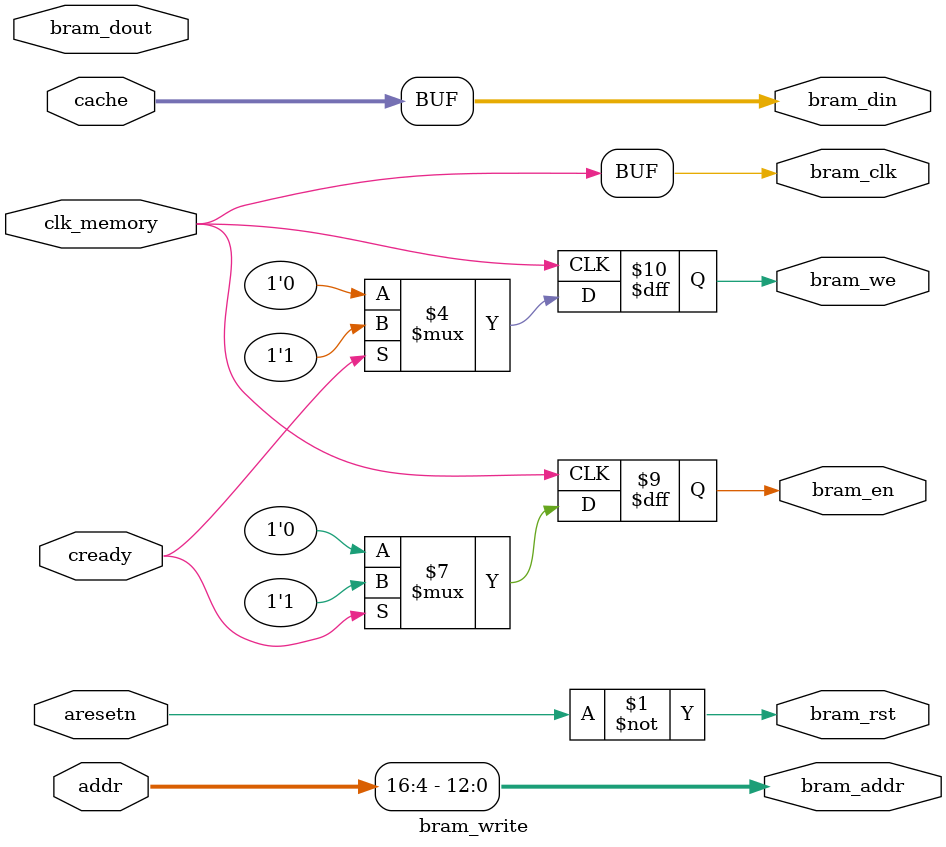
<source format=v>
`timescale 1ns / 1ps


module bram_write(
(* X_INTERFACE_INFO = "xilinx.com:interface:bram:1.0 bram ADDR" *)
(* X_INTERFACE_MODE = "MASTER" *)
    output      [12:0]  bram_addr,
(* X_INTERFACE_INFO = "xilinx.com:interface:bram:1.0 bram CLK" *)
    output              bram_clk,
(* X_INTERFACE_INFO = "xilinx.com:interface:bram:1.0 bram RST" *)
    output              bram_rst,
(* X_INTERFACE_INFO = "xilinx.com:interface:bram:1.0 bram DIN" *)
    output      [63:0]  bram_din,
(* X_INTERFACE_INFO = "xilinx.com:interface:bram:1.0 bram DOUT" *)
    input       [63:0]  bram_dout,    
(* X_INTERFACE_INFO = "xilinx.com:interface:bram:1.0 bram EN" *)
    output reg          bram_en,
(* X_INTERFACE_INFO = "xilinx.com:interface:bram:1.0 bram WE" *)
    output reg  [0:0]   bram_we,
    
    input       [20:3]  addr,
    input       [63:0]  cache,
    input               cready,
    
(* X_INTERFACE_INFO = "xilinx.com:signal:clock:1.0 clk_memory CLK" *)
(* X_INTERFACE_PARAMETER = "ASSOCIATED_BUSIF bram, ASSOCIATED_RESET aresetn" *)	
    input               clk_memory,
	
(* X_INTERFACE_INFO = "xilinx.com:signal:reset:1.0  aresetn  RST" *)
(* X_INTERFACE_PARAMETER = "POLARITY ACTIVE_LOW" *)	
    input               aresetn
    );
    
    assign  bram_clk  =  clk_memory;
    assign  bram_rst  = ~aresetn;
    
    assign  bram_addr   = addr[16:4]; 
    assign  bram_din    = cache;
    
    
    always @(posedge clk_memory)
    begin
        if (cready)
        begin
            bram_en     <= 1'b1;
            bram_we[0]  <= 1'b1;
        end else begin
            bram_en     <= 1'b0;
            bram_we[0]  <= 1'b0;
        end
    end
    
endmodule

</source>
